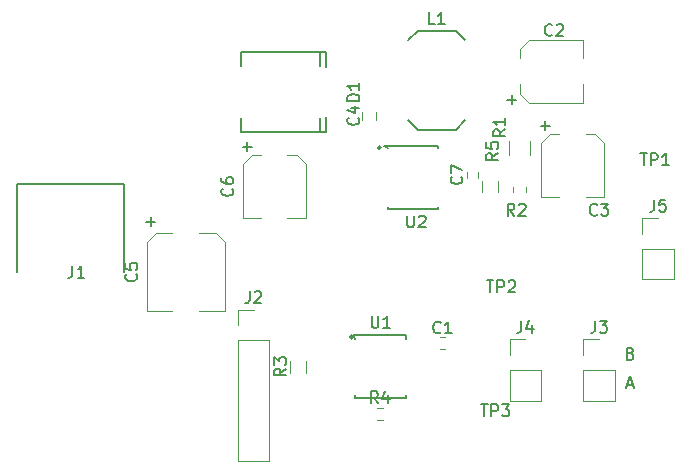
<source format=gto>
G04 #@! TF.GenerationSoftware,KiCad,Pcbnew,5.0.0*
G04 #@! TF.CreationDate,2018-08-15T09:13:27-04:00*
G04 #@! TF.ProjectId,rs485,72733438352E6B696361645F70636200,rev?*
G04 #@! TF.SameCoordinates,Original*
G04 #@! TF.FileFunction,Legend,Top*
G04 #@! TF.FilePolarity,Positive*
%FSLAX46Y46*%
G04 Gerber Fmt 4.6, Leading zero omitted, Abs format (unit mm)*
G04 Created by KiCad (PCBNEW 5.0.0) date Wed Aug 15 09:13:27 2018*
%MOMM*%
%LPD*%
G01*
G04 APERTURE LIST*
%ADD10C,0.152400*%
%ADD11C,0.120000*%
%ADD12C,0.150000*%
G04 APERTURE END LIST*
D10*
X82358095Y-104769333D02*
X82841904Y-104769333D01*
X82261333Y-105059619D02*
X82600000Y-104043619D01*
X82938666Y-105059619D01*
X82672571Y-102127428D02*
X82817714Y-102175809D01*
X82866095Y-102224190D01*
X82914476Y-102320952D01*
X82914476Y-102466095D01*
X82866095Y-102562857D01*
X82817714Y-102611238D01*
X82720952Y-102659619D01*
X82333904Y-102659619D01*
X82333904Y-101643619D01*
X82672571Y-101643619D01*
X82769333Y-101692000D01*
X82817714Y-101740380D01*
X82866095Y-101837142D01*
X82866095Y-101933904D01*
X82817714Y-102030666D01*
X82769333Y-102079047D01*
X82672571Y-102127428D01*
X82333904Y-102127428D01*
D11*
G04 #@! TO.C,J2*
X49420000Y-98420000D02*
X50750000Y-98420000D01*
X49420000Y-99750000D02*
X49420000Y-98420000D01*
X52080000Y-101020000D02*
X49420000Y-101020000D01*
X52080000Y-111240000D02*
X52080000Y-101020000D01*
X49420000Y-111240000D02*
X52080000Y-111240000D01*
X49420000Y-101020000D02*
X49420000Y-111240000D01*
G04 #@! TO.C,C2*
X74090000Y-80890000D02*
X78670000Y-80890000D01*
X73330000Y-80130000D02*
X74090000Y-80890000D01*
X74090000Y-75560000D02*
X73330000Y-76320000D01*
X78670000Y-75560000D02*
X74090000Y-75560000D01*
X73330000Y-76320000D02*
X73330000Y-77110000D01*
X73330000Y-80130000D02*
X73330000Y-79340000D01*
X78670000Y-80890000D02*
X78670000Y-79340000D01*
X78670000Y-75560000D02*
X78670000Y-77110000D01*
G04 #@! TO.C,C3*
X75080000Y-88920000D02*
X76630000Y-88920000D01*
X80420000Y-88920000D02*
X78870000Y-88920000D01*
X79660000Y-83580000D02*
X78870000Y-83580000D01*
X75840000Y-83580000D02*
X76630000Y-83580000D01*
X80420000Y-88920000D02*
X80420000Y-84340000D01*
X80420000Y-84340000D02*
X79660000Y-83580000D01*
X75840000Y-83580000D02*
X75080000Y-84340000D01*
X75080000Y-84340000D02*
X75080000Y-88920000D01*
G04 #@! TO.C,C6*
X49830000Y-86090000D02*
X49830000Y-90670000D01*
X50590000Y-85330000D02*
X49830000Y-86090000D01*
X55170000Y-86090000D02*
X54410000Y-85330000D01*
X55170000Y-90670000D02*
X55170000Y-86090000D01*
X50590000Y-85330000D02*
X51380000Y-85330000D01*
X54410000Y-85330000D02*
X53620000Y-85330000D01*
X55170000Y-90670000D02*
X53620000Y-90670000D01*
X49830000Y-90670000D02*
X51380000Y-90670000D01*
G04 #@! TO.C,C5*
X48300000Y-92710000D02*
X48300000Y-98550000D01*
X47540000Y-91950000D02*
X48300000Y-92710000D01*
X41700000Y-92710000D02*
X42460000Y-91950000D01*
X41700000Y-98550000D02*
X41700000Y-92710000D01*
X47540000Y-91950000D02*
X46120000Y-91950000D01*
X42460000Y-91950000D02*
X43880000Y-91950000D01*
X48300000Y-98550000D02*
X46120000Y-98550000D01*
X41700000Y-98550000D02*
X43880000Y-98550000D01*
G04 #@! TO.C,C7*
X69720000Y-87250000D02*
X69720000Y-86750000D01*
X68780000Y-86750000D02*
X68780000Y-87250000D01*
G04 #@! TO.C,C4*
X61100000Y-81650000D02*
X61100000Y-82350000D01*
X59900000Y-82350000D02*
X59900000Y-81650000D01*
G04 #@! TO.C,C1*
X66500000Y-101720000D02*
X67000000Y-101720000D01*
X67000000Y-100780000D02*
X66500000Y-100780000D01*
G04 #@! TO.C,R2*
X73780000Y-88500000D02*
X73780000Y-88000000D01*
X72720000Y-88000000D02*
X72720000Y-88500000D01*
G04 #@! TO.C,R4*
X61200000Y-107780000D02*
X61700000Y-107780000D01*
X61700000Y-106720000D02*
X61200000Y-106720000D01*
G04 #@! TO.C,R3*
X55180000Y-102750000D02*
X55180000Y-103750000D01*
X53820000Y-103750000D02*
X53820000Y-102750000D01*
G04 #@! TO.C,R5*
X71430000Y-87500000D02*
X71430000Y-88500000D01*
X70070000Y-88500000D02*
X70070000Y-87500000D01*
G04 #@! TO.C,R1*
X74130000Y-84150000D02*
X74130000Y-85350000D01*
X72370000Y-85350000D02*
X72370000Y-84150000D01*
G04 #@! TO.C,J5*
X83670000Y-90670000D02*
X85000000Y-90670000D01*
X83670000Y-92000000D02*
X83670000Y-90670000D01*
X86330000Y-93270000D02*
X83670000Y-93270000D01*
X86330000Y-95870000D02*
X86330000Y-93270000D01*
X83670000Y-95870000D02*
X86330000Y-95870000D01*
X83670000Y-93270000D02*
X83670000Y-95870000D01*
G04 #@! TO.C,J4*
X72420000Y-103520000D02*
X72420000Y-106120000D01*
X72420000Y-106120000D02*
X75080000Y-106120000D01*
X75080000Y-106120000D02*
X75080000Y-103520000D01*
X75080000Y-103520000D02*
X72420000Y-103520000D01*
X72420000Y-102250000D02*
X72420000Y-100920000D01*
X72420000Y-100920000D02*
X73750000Y-100920000D01*
G04 #@! TO.C,J3*
X78670000Y-100920000D02*
X80000000Y-100920000D01*
X78670000Y-102250000D02*
X78670000Y-100920000D01*
X81330000Y-103520000D02*
X78670000Y-103520000D01*
X81330000Y-106120000D02*
X81330000Y-103520000D01*
X78670000Y-106120000D02*
X81330000Y-106120000D01*
X78670000Y-103520000D02*
X78670000Y-106120000D01*
D12*
G04 #@! TO.C,U2*
X62100000Y-84765000D02*
X61765000Y-84605000D01*
X61765000Y-84605000D02*
X66400000Y-84605000D01*
X66400000Y-84605000D02*
X66400000Y-84765000D01*
X66400000Y-89735000D02*
X66400000Y-89895000D01*
X66400000Y-89895000D02*
X62100000Y-89895000D01*
X62100000Y-89895000D02*
X62100000Y-89735000D01*
X61550000Y-84725000D02*
G75*
G03X61550000Y-84725000I-150000J0D01*
G01*
G04 #@! TO.C,J1*
X30750000Y-95250000D02*
X30750000Y-87750000D01*
X39750000Y-87750000D02*
X39750000Y-95250000D01*
X30750000Y-87750000D02*
X39750000Y-87750000D01*
G04 #@! TO.C,U1*
X59350000Y-100880000D02*
X59130000Y-100600000D01*
X59130000Y-100600000D02*
X63650000Y-100600000D01*
X63650000Y-100600000D02*
X63650000Y-100880000D01*
X63650000Y-105620000D02*
X63650000Y-105900000D01*
X63650000Y-105900000D02*
X59350000Y-105900000D01*
X59350000Y-105900000D02*
X59350000Y-105620000D01*
X59185000Y-100725000D02*
G75*
G03X59185000Y-100725000I-150000J0D01*
G01*
G04 #@! TO.C,L1*
X68650000Y-75600000D02*
X67850000Y-74800000D01*
X67850000Y-74800000D02*
X65450000Y-74800000D01*
X65450000Y-74800000D02*
X64650000Y-74800000D01*
X64650000Y-74800000D02*
X63850000Y-75600000D01*
X63850000Y-82400000D02*
X64650000Y-83200000D01*
X67850000Y-83200000D02*
X68650000Y-82400000D01*
X64650000Y-83200000D02*
X67050000Y-83200000D01*
X67050000Y-83200000D02*
X67850000Y-83200000D01*
G04 #@! TO.C,D1*
X56399460Y-76598940D02*
X56399460Y-77800360D01*
X56399460Y-83401060D02*
X56399460Y-82199640D01*
X49650820Y-76598940D02*
X49650820Y-77800360D01*
X49650820Y-83401060D02*
X49650820Y-82199640D01*
X56849180Y-76598940D02*
X56849180Y-77851160D01*
X56849180Y-83401060D02*
X56849180Y-82148840D01*
X56849180Y-76598940D02*
X49650820Y-76598940D01*
X56849180Y-83401060D02*
X49650820Y-83401060D01*
G04 #@! TO.C,J2*
X50416666Y-96872380D02*
X50416666Y-97586666D01*
X50369047Y-97729523D01*
X50273809Y-97824761D01*
X50130952Y-97872380D01*
X50035714Y-97872380D01*
X50845238Y-96967619D02*
X50892857Y-96920000D01*
X50988095Y-96872380D01*
X51226190Y-96872380D01*
X51321428Y-96920000D01*
X51369047Y-96967619D01*
X51416666Y-97062857D01*
X51416666Y-97158095D01*
X51369047Y-97300952D01*
X50797619Y-97872380D01*
X51416666Y-97872380D01*
G04 #@! TO.C,C2*
X76033333Y-75157142D02*
X75985714Y-75204761D01*
X75842857Y-75252380D01*
X75747619Y-75252380D01*
X75604761Y-75204761D01*
X75509523Y-75109523D01*
X75461904Y-75014285D01*
X75414285Y-74823809D01*
X75414285Y-74680952D01*
X75461904Y-74490476D01*
X75509523Y-74395238D01*
X75604761Y-74300000D01*
X75747619Y-74252380D01*
X75842857Y-74252380D01*
X75985714Y-74300000D01*
X76033333Y-74347619D01*
X76414285Y-74347619D02*
X76461904Y-74300000D01*
X76557142Y-74252380D01*
X76795238Y-74252380D01*
X76890476Y-74300000D01*
X76938095Y-74347619D01*
X76985714Y-74442857D01*
X76985714Y-74538095D01*
X76938095Y-74680952D01*
X76366666Y-75252380D01*
X76985714Y-75252380D01*
X72239047Y-80661428D02*
X73000952Y-80661428D01*
X72620000Y-81042380D02*
X72620000Y-80280476D01*
G04 #@! TO.C,C3*
X79833333Y-90357142D02*
X79785714Y-90404761D01*
X79642857Y-90452380D01*
X79547619Y-90452380D01*
X79404761Y-90404761D01*
X79309523Y-90309523D01*
X79261904Y-90214285D01*
X79214285Y-90023809D01*
X79214285Y-89880952D01*
X79261904Y-89690476D01*
X79309523Y-89595238D01*
X79404761Y-89500000D01*
X79547619Y-89452380D01*
X79642857Y-89452380D01*
X79785714Y-89500000D01*
X79833333Y-89547619D01*
X80166666Y-89452380D02*
X80785714Y-89452380D01*
X80452380Y-89833333D01*
X80595238Y-89833333D01*
X80690476Y-89880952D01*
X80738095Y-89928571D01*
X80785714Y-90023809D01*
X80785714Y-90261904D01*
X80738095Y-90357142D01*
X80690476Y-90404761D01*
X80595238Y-90452380D01*
X80309523Y-90452380D01*
X80214285Y-90404761D01*
X80166666Y-90357142D01*
X75461428Y-83250952D02*
X75461428Y-82489047D01*
X75842380Y-82870000D02*
X75080476Y-82870000D01*
G04 #@! TO.C,C6*
X48937142Y-88166666D02*
X48984761Y-88214285D01*
X49032380Y-88357142D01*
X49032380Y-88452380D01*
X48984761Y-88595238D01*
X48889523Y-88690476D01*
X48794285Y-88738095D01*
X48603809Y-88785714D01*
X48460952Y-88785714D01*
X48270476Y-88738095D01*
X48175238Y-88690476D01*
X48080000Y-88595238D01*
X48032380Y-88452380D01*
X48032380Y-88357142D01*
X48080000Y-88214285D01*
X48127619Y-88166666D01*
X48032380Y-87309523D02*
X48032380Y-87500000D01*
X48080000Y-87595238D01*
X48127619Y-87642857D01*
X48270476Y-87738095D01*
X48460952Y-87785714D01*
X48841904Y-87785714D01*
X48937142Y-87738095D01*
X48984761Y-87690476D01*
X49032380Y-87595238D01*
X49032380Y-87404761D01*
X48984761Y-87309523D01*
X48937142Y-87261904D01*
X48841904Y-87214285D01*
X48603809Y-87214285D01*
X48508571Y-87261904D01*
X48460952Y-87309523D01*
X48413333Y-87404761D01*
X48413333Y-87595238D01*
X48460952Y-87690476D01*
X48508571Y-87738095D01*
X48603809Y-87785714D01*
X50211428Y-85000952D02*
X50211428Y-84239047D01*
X50592380Y-84620000D02*
X49830476Y-84620000D01*
G04 #@! TO.C,C5*
X40797142Y-95416666D02*
X40844761Y-95464285D01*
X40892380Y-95607142D01*
X40892380Y-95702380D01*
X40844761Y-95845238D01*
X40749523Y-95940476D01*
X40654285Y-95988095D01*
X40463809Y-96035714D01*
X40320952Y-96035714D01*
X40130476Y-95988095D01*
X40035238Y-95940476D01*
X39940000Y-95845238D01*
X39892380Y-95702380D01*
X39892380Y-95607142D01*
X39940000Y-95464285D01*
X39987619Y-95416666D01*
X39892380Y-94511904D02*
X39892380Y-94988095D01*
X40368571Y-95035714D01*
X40320952Y-94988095D01*
X40273333Y-94892857D01*
X40273333Y-94654761D01*
X40320952Y-94559523D01*
X40368571Y-94511904D01*
X40463809Y-94464285D01*
X40701904Y-94464285D01*
X40797142Y-94511904D01*
X40844761Y-94559523D01*
X40892380Y-94654761D01*
X40892380Y-94892857D01*
X40844761Y-94988095D01*
X40797142Y-95035714D01*
X42061428Y-91350952D02*
X42061428Y-90589047D01*
X42442380Y-90970000D02*
X41680476Y-90970000D01*
G04 #@! TO.C,C7*
X68337142Y-87166666D02*
X68384761Y-87214285D01*
X68432380Y-87357142D01*
X68432380Y-87452380D01*
X68384761Y-87595238D01*
X68289523Y-87690476D01*
X68194285Y-87738095D01*
X68003809Y-87785714D01*
X67860952Y-87785714D01*
X67670476Y-87738095D01*
X67575238Y-87690476D01*
X67480000Y-87595238D01*
X67432380Y-87452380D01*
X67432380Y-87357142D01*
X67480000Y-87214285D01*
X67527619Y-87166666D01*
X67432380Y-86833333D02*
X67432380Y-86166666D01*
X68432380Y-86595238D01*
G04 #@! TO.C,C4*
X59607142Y-82166666D02*
X59654761Y-82214285D01*
X59702380Y-82357142D01*
X59702380Y-82452380D01*
X59654761Y-82595238D01*
X59559523Y-82690476D01*
X59464285Y-82738095D01*
X59273809Y-82785714D01*
X59130952Y-82785714D01*
X58940476Y-82738095D01*
X58845238Y-82690476D01*
X58750000Y-82595238D01*
X58702380Y-82452380D01*
X58702380Y-82357142D01*
X58750000Y-82214285D01*
X58797619Y-82166666D01*
X59035714Y-81309523D02*
X59702380Y-81309523D01*
X58654761Y-81547619D02*
X59369047Y-81785714D01*
X59369047Y-81166666D01*
G04 #@! TO.C,C1*
X66583333Y-100337142D02*
X66535714Y-100384761D01*
X66392857Y-100432380D01*
X66297619Y-100432380D01*
X66154761Y-100384761D01*
X66059523Y-100289523D01*
X66011904Y-100194285D01*
X65964285Y-100003809D01*
X65964285Y-99860952D01*
X66011904Y-99670476D01*
X66059523Y-99575238D01*
X66154761Y-99480000D01*
X66297619Y-99432380D01*
X66392857Y-99432380D01*
X66535714Y-99480000D01*
X66583333Y-99527619D01*
X67535714Y-100432380D02*
X66964285Y-100432380D01*
X67250000Y-100432380D02*
X67250000Y-99432380D01*
X67154761Y-99575238D01*
X67059523Y-99670476D01*
X66964285Y-99718095D01*
G04 #@! TO.C,TP3*
X69988095Y-106452380D02*
X70559523Y-106452380D01*
X70273809Y-107452380D02*
X70273809Y-106452380D01*
X70892857Y-107452380D02*
X70892857Y-106452380D01*
X71273809Y-106452380D01*
X71369047Y-106500000D01*
X71416666Y-106547619D01*
X71464285Y-106642857D01*
X71464285Y-106785714D01*
X71416666Y-106880952D01*
X71369047Y-106928571D01*
X71273809Y-106976190D01*
X70892857Y-106976190D01*
X71797619Y-106452380D02*
X72416666Y-106452380D01*
X72083333Y-106833333D01*
X72226190Y-106833333D01*
X72321428Y-106880952D01*
X72369047Y-106928571D01*
X72416666Y-107023809D01*
X72416666Y-107261904D01*
X72369047Y-107357142D01*
X72321428Y-107404761D01*
X72226190Y-107452380D01*
X71940476Y-107452380D01*
X71845238Y-107404761D01*
X71797619Y-107357142D01*
G04 #@! TO.C,TP2*
X70488095Y-95952380D02*
X71059523Y-95952380D01*
X70773809Y-96952380D02*
X70773809Y-95952380D01*
X71392857Y-96952380D02*
X71392857Y-95952380D01*
X71773809Y-95952380D01*
X71869047Y-96000000D01*
X71916666Y-96047619D01*
X71964285Y-96142857D01*
X71964285Y-96285714D01*
X71916666Y-96380952D01*
X71869047Y-96428571D01*
X71773809Y-96476190D01*
X71392857Y-96476190D01*
X72345238Y-96047619D02*
X72392857Y-96000000D01*
X72488095Y-95952380D01*
X72726190Y-95952380D01*
X72821428Y-96000000D01*
X72869047Y-96047619D01*
X72916666Y-96142857D01*
X72916666Y-96238095D01*
X72869047Y-96380952D01*
X72297619Y-96952380D01*
X72916666Y-96952380D01*
G04 #@! TO.C,TP1*
X83488095Y-85202380D02*
X84059523Y-85202380D01*
X83773809Y-86202380D02*
X83773809Y-85202380D01*
X84392857Y-86202380D02*
X84392857Y-85202380D01*
X84773809Y-85202380D01*
X84869047Y-85250000D01*
X84916666Y-85297619D01*
X84964285Y-85392857D01*
X84964285Y-85535714D01*
X84916666Y-85630952D01*
X84869047Y-85678571D01*
X84773809Y-85726190D01*
X84392857Y-85726190D01*
X85916666Y-86202380D02*
X85345238Y-86202380D01*
X85630952Y-86202380D02*
X85630952Y-85202380D01*
X85535714Y-85345238D01*
X85440476Y-85440476D01*
X85345238Y-85488095D01*
G04 #@! TO.C,R2*
X72833333Y-90452380D02*
X72500000Y-89976190D01*
X72261904Y-90452380D02*
X72261904Y-89452380D01*
X72642857Y-89452380D01*
X72738095Y-89500000D01*
X72785714Y-89547619D01*
X72833333Y-89642857D01*
X72833333Y-89785714D01*
X72785714Y-89880952D01*
X72738095Y-89928571D01*
X72642857Y-89976190D01*
X72261904Y-89976190D01*
X73214285Y-89547619D02*
X73261904Y-89500000D01*
X73357142Y-89452380D01*
X73595238Y-89452380D01*
X73690476Y-89500000D01*
X73738095Y-89547619D01*
X73785714Y-89642857D01*
X73785714Y-89738095D01*
X73738095Y-89880952D01*
X73166666Y-90452380D01*
X73785714Y-90452380D01*
G04 #@! TO.C,R4*
X61283333Y-106352380D02*
X60950000Y-105876190D01*
X60711904Y-106352380D02*
X60711904Y-105352380D01*
X61092857Y-105352380D01*
X61188095Y-105400000D01*
X61235714Y-105447619D01*
X61283333Y-105542857D01*
X61283333Y-105685714D01*
X61235714Y-105780952D01*
X61188095Y-105828571D01*
X61092857Y-105876190D01*
X60711904Y-105876190D01*
X62140476Y-105685714D02*
X62140476Y-106352380D01*
X61902380Y-105304761D02*
X61664285Y-106019047D01*
X62283333Y-106019047D01*
G04 #@! TO.C,R3*
X53502380Y-103416666D02*
X53026190Y-103750000D01*
X53502380Y-103988095D02*
X52502380Y-103988095D01*
X52502380Y-103607142D01*
X52550000Y-103511904D01*
X52597619Y-103464285D01*
X52692857Y-103416666D01*
X52835714Y-103416666D01*
X52930952Y-103464285D01*
X52978571Y-103511904D01*
X53026190Y-103607142D01*
X53026190Y-103988095D01*
X52502380Y-103083333D02*
X52502380Y-102464285D01*
X52883333Y-102797619D01*
X52883333Y-102654761D01*
X52930952Y-102559523D01*
X52978571Y-102511904D01*
X53073809Y-102464285D01*
X53311904Y-102464285D01*
X53407142Y-102511904D01*
X53454761Y-102559523D01*
X53502380Y-102654761D01*
X53502380Y-102940476D01*
X53454761Y-103035714D01*
X53407142Y-103083333D01*
G04 #@! TO.C,R5*
X71452380Y-85166666D02*
X70976190Y-85500000D01*
X71452380Y-85738095D02*
X70452380Y-85738095D01*
X70452380Y-85357142D01*
X70500000Y-85261904D01*
X70547619Y-85214285D01*
X70642857Y-85166666D01*
X70785714Y-85166666D01*
X70880952Y-85214285D01*
X70928571Y-85261904D01*
X70976190Y-85357142D01*
X70976190Y-85738095D01*
X70452380Y-84261904D02*
X70452380Y-84738095D01*
X70928571Y-84785714D01*
X70880952Y-84738095D01*
X70833333Y-84642857D01*
X70833333Y-84404761D01*
X70880952Y-84309523D01*
X70928571Y-84261904D01*
X71023809Y-84214285D01*
X71261904Y-84214285D01*
X71357142Y-84261904D01*
X71404761Y-84309523D01*
X71452380Y-84404761D01*
X71452380Y-84642857D01*
X71404761Y-84738095D01*
X71357142Y-84785714D01*
G04 #@! TO.C,R1*
X72052380Y-83166666D02*
X71576190Y-83500000D01*
X72052380Y-83738095D02*
X71052380Y-83738095D01*
X71052380Y-83357142D01*
X71100000Y-83261904D01*
X71147619Y-83214285D01*
X71242857Y-83166666D01*
X71385714Y-83166666D01*
X71480952Y-83214285D01*
X71528571Y-83261904D01*
X71576190Y-83357142D01*
X71576190Y-83738095D01*
X72052380Y-82214285D02*
X72052380Y-82785714D01*
X72052380Y-82500000D02*
X71052380Y-82500000D01*
X71195238Y-82595238D01*
X71290476Y-82690476D01*
X71338095Y-82785714D01*
G04 #@! TO.C,J5*
X84666666Y-89122380D02*
X84666666Y-89836666D01*
X84619047Y-89979523D01*
X84523809Y-90074761D01*
X84380952Y-90122380D01*
X84285714Y-90122380D01*
X85619047Y-89122380D02*
X85142857Y-89122380D01*
X85095238Y-89598571D01*
X85142857Y-89550952D01*
X85238095Y-89503333D01*
X85476190Y-89503333D01*
X85571428Y-89550952D01*
X85619047Y-89598571D01*
X85666666Y-89693809D01*
X85666666Y-89931904D01*
X85619047Y-90027142D01*
X85571428Y-90074761D01*
X85476190Y-90122380D01*
X85238095Y-90122380D01*
X85142857Y-90074761D01*
X85095238Y-90027142D01*
G04 #@! TO.C,J4*
X73416666Y-99372380D02*
X73416666Y-100086666D01*
X73369047Y-100229523D01*
X73273809Y-100324761D01*
X73130952Y-100372380D01*
X73035714Y-100372380D01*
X74321428Y-99705714D02*
X74321428Y-100372380D01*
X74083333Y-99324761D02*
X73845238Y-100039047D01*
X74464285Y-100039047D01*
G04 #@! TO.C,J3*
X79666666Y-99372380D02*
X79666666Y-100086666D01*
X79619047Y-100229523D01*
X79523809Y-100324761D01*
X79380952Y-100372380D01*
X79285714Y-100372380D01*
X80047619Y-99372380D02*
X80666666Y-99372380D01*
X80333333Y-99753333D01*
X80476190Y-99753333D01*
X80571428Y-99800952D01*
X80619047Y-99848571D01*
X80666666Y-99943809D01*
X80666666Y-100181904D01*
X80619047Y-100277142D01*
X80571428Y-100324761D01*
X80476190Y-100372380D01*
X80190476Y-100372380D01*
X80095238Y-100324761D01*
X80047619Y-100277142D01*
G04 #@! TO.C,U2*
X63738095Y-90452380D02*
X63738095Y-91261904D01*
X63785714Y-91357142D01*
X63833333Y-91404761D01*
X63928571Y-91452380D01*
X64119047Y-91452380D01*
X64214285Y-91404761D01*
X64261904Y-91357142D01*
X64309523Y-91261904D01*
X64309523Y-90452380D01*
X64738095Y-90547619D02*
X64785714Y-90500000D01*
X64880952Y-90452380D01*
X65119047Y-90452380D01*
X65214285Y-90500000D01*
X65261904Y-90547619D01*
X65309523Y-90642857D01*
X65309523Y-90738095D01*
X65261904Y-90880952D01*
X64690476Y-91452380D01*
X65309523Y-91452380D01*
G04 #@! TO.C,J1*
X35416666Y-94702380D02*
X35416666Y-95416666D01*
X35369047Y-95559523D01*
X35273809Y-95654761D01*
X35130952Y-95702380D01*
X35035714Y-95702380D01*
X36416666Y-95702380D02*
X35845238Y-95702380D01*
X36130952Y-95702380D02*
X36130952Y-94702380D01*
X36035714Y-94845238D01*
X35940476Y-94940476D01*
X35845238Y-94988095D01*
G04 #@! TO.C,U1*
X60738095Y-98952380D02*
X60738095Y-99761904D01*
X60785714Y-99857142D01*
X60833333Y-99904761D01*
X60928571Y-99952380D01*
X61119047Y-99952380D01*
X61214285Y-99904761D01*
X61261904Y-99857142D01*
X61309523Y-99761904D01*
X61309523Y-98952380D01*
X62309523Y-99952380D02*
X61738095Y-99952380D01*
X62023809Y-99952380D02*
X62023809Y-98952380D01*
X61928571Y-99095238D01*
X61833333Y-99190476D01*
X61738095Y-99238095D01*
G04 #@! TO.C,L1*
X66083333Y-74252380D02*
X65607142Y-74252380D01*
X65607142Y-73252380D01*
X66940476Y-74252380D02*
X66369047Y-74252380D01*
X66654761Y-74252380D02*
X66654761Y-73252380D01*
X66559523Y-73395238D01*
X66464285Y-73490476D01*
X66369047Y-73538095D01*
G04 #@! TO.C,D1*
X59702380Y-80738095D02*
X58702380Y-80738095D01*
X58702380Y-80500000D01*
X58750000Y-80357142D01*
X58845238Y-80261904D01*
X58940476Y-80214285D01*
X59130952Y-80166666D01*
X59273809Y-80166666D01*
X59464285Y-80214285D01*
X59559523Y-80261904D01*
X59654761Y-80357142D01*
X59702380Y-80500000D01*
X59702380Y-80738095D01*
X59702380Y-79214285D02*
X59702380Y-79785714D01*
X59702380Y-79500000D02*
X58702380Y-79500000D01*
X58845238Y-79595238D01*
X58940476Y-79690476D01*
X58988095Y-79785714D01*
G04 #@! TD*
M02*

</source>
